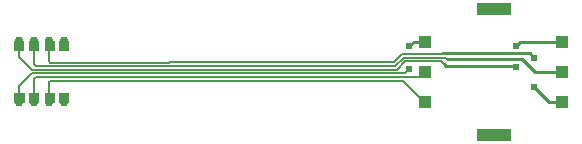
<source format=gtl>
G04 #@! TF.GenerationSoftware,KiCad,Pcbnew,(5.1.6-87-g1447494bc)*
G04 #@! TF.CreationDate,2020-12-18T18:28:38-06:00*
G04 #@! TF.ProjectId,mff2-to-4ffnano,6d666632-2d74-46f2-9d34-66666e616e6f,v1.0*
G04 #@! TF.SameCoordinates,Original*
G04 #@! TF.FileFunction,Copper,L1,Top*
G04 #@! TF.FilePolarity,Positive*
%FSLAX46Y46*%
G04 Gerber Fmt 4.6, Leading zero omitted, Abs format (unit mm)*
G04 Created by KiCad (PCBNEW (5.1.6-87-g1447494bc)) date 2020-12-18 18:28:38*
%MOMM*%
%LPD*%
G01*
G04 APERTURE LIST*
G04 #@! TA.AperFunction,EtchedComponent*
%ADD10C,0.100000*%
G04 #@! TD*
G04 #@! TA.AperFunction,ComponentPad*
%ADD11C,0.762000*%
G04 #@! TD*
G04 #@! TA.AperFunction,SMDPad,CuDef*
%ADD12R,1.100000X1.000000*%
G04 #@! TD*
G04 #@! TA.AperFunction,SMDPad,CuDef*
%ADD13R,3.000000X1.000000*%
G04 #@! TD*
G04 #@! TA.AperFunction,ViaPad*
%ADD14C,0.609600*%
G04 #@! TD*
G04 #@! TA.AperFunction,Conductor*
%ADD15C,0.152400*%
G04 #@! TD*
G04 #@! TA.AperFunction,Conductor*
%ADD16C,0.254000*%
G04 #@! TD*
G04 APERTURE END LIST*
D10*
G36*
X122680000Y-128300000D02*
G01*
X122680000Y-129100000D01*
X121920000Y-129100000D01*
X121920000Y-128300000D01*
X122680000Y-128300000D01*
G37*
X122680000Y-128300000D02*
X122680000Y-129100000D01*
X121920000Y-129100000D01*
X121920000Y-128300000D01*
X122680000Y-128300000D01*
G36*
X121420000Y-128300000D02*
G01*
X121420000Y-129100000D01*
X120660000Y-129100000D01*
X120660000Y-128300000D01*
X121420000Y-128300000D01*
G37*
X121420000Y-128300000D02*
X121420000Y-129100000D01*
X120660000Y-129100000D01*
X120660000Y-128300000D01*
X121420000Y-128300000D01*
G36*
X120130000Y-128300000D02*
G01*
X120130000Y-129100000D01*
X119370000Y-129100000D01*
X119370000Y-128300000D01*
X120130000Y-128300000D01*
G37*
X120130000Y-128300000D02*
X120130000Y-129100000D01*
X119370000Y-129100000D01*
X119370000Y-128300000D01*
X120130000Y-128300000D01*
G36*
X118870000Y-128300000D02*
G01*
X118870000Y-129100000D01*
X118110000Y-129100000D01*
X118110000Y-128300000D01*
X118870000Y-128300000D01*
G37*
X118870000Y-128300000D02*
X118870000Y-129100000D01*
X118110000Y-129100000D01*
X118110000Y-128300000D01*
X118870000Y-128300000D01*
G36*
X118880000Y-132700000D02*
G01*
X118880000Y-133500000D01*
X118110000Y-133500000D01*
X118110000Y-132700000D01*
X118880000Y-132700000D01*
G37*
X118880000Y-132700000D02*
X118880000Y-133500000D01*
X118110000Y-133500000D01*
X118110000Y-132700000D01*
X118880000Y-132700000D01*
G36*
X120140000Y-132700000D02*
G01*
X120140000Y-133500000D01*
X119380000Y-133500000D01*
X119380000Y-132700000D01*
X120140000Y-132700000D01*
G37*
X120140000Y-132700000D02*
X120140000Y-133500000D01*
X119380000Y-133500000D01*
X119380000Y-132700000D01*
X120140000Y-132700000D01*
G36*
X121420000Y-132700000D02*
G01*
X121420000Y-133500000D01*
X120660000Y-133500000D01*
X120660000Y-132700000D01*
X121420000Y-132700000D01*
G37*
X121420000Y-132700000D02*
X121420000Y-133500000D01*
X120660000Y-133500000D01*
X120660000Y-132700000D01*
X121420000Y-132700000D01*
G36*
X122680000Y-132700000D02*
G01*
X122680000Y-133500000D01*
X121920000Y-133500000D01*
X121920000Y-132700000D01*
X122680000Y-132700000D01*
G37*
X122680000Y-132700000D02*
X122680000Y-133500000D01*
X121920000Y-133500000D01*
X121920000Y-132700000D01*
X122680000Y-132700000D01*
D11*
X122305000Y-128300000D03*
X121035000Y-128300000D03*
X119765000Y-128300000D03*
X118495000Y-128300000D03*
X122305000Y-133500000D03*
X121035000Y-133500000D03*
X119765000Y-133500000D03*
X118495000Y-133500000D03*
D12*
X152880000Y-130930000D03*
X152880000Y-133470000D03*
X152880000Y-128390000D03*
X164480000Y-130930000D03*
X164480000Y-133470000D03*
X164480000Y-128390000D03*
D13*
X158680000Y-136230000D03*
X158680000Y-125630000D03*
D14*
X151540000Y-130650000D03*
X151550006Y-128760000D03*
X162115000Y-132195000D03*
X162110000Y-129700000D03*
X160610000Y-128700000D03*
X160610002Y-130470000D03*
D15*
X119765000Y-131535000D02*
X119954811Y-131345189D01*
X119765000Y-133500000D02*
X119765000Y-131535000D01*
X152464811Y-131345189D02*
X152880000Y-130930000D01*
X119954811Y-131345189D02*
X152464811Y-131345189D01*
X121035000Y-132895000D02*
X121035000Y-133500000D01*
X152880000Y-133470000D02*
X152820000Y-133470000D01*
X121035000Y-131765000D02*
X121035000Y-132895000D01*
X151000000Y-131650000D02*
X121150000Y-131650000D01*
X121150000Y-131650000D02*
X121035000Y-131765000D01*
X152820000Y-133470000D02*
X151000000Y-131650000D01*
X152870000Y-128400000D02*
X152880000Y-128390000D01*
D16*
X152870000Y-128400000D02*
X151910006Y-128400000D01*
X151910006Y-128400000D02*
X151550006Y-128760000D01*
D15*
X151149622Y-131040378D02*
X151540000Y-130650000D01*
X119599622Y-131040378D02*
X151149622Y-131040378D01*
X118495000Y-132145000D02*
X119599622Y-131040378D01*
X118495000Y-133500000D02*
X118495000Y-132145000D01*
D16*
X155210000Y-129840000D02*
X154720000Y-129840000D01*
X161080000Y-129840000D02*
X155210000Y-129840000D01*
X162170000Y-130930000D02*
X161080000Y-129840000D01*
X164480000Y-130930000D02*
X162170000Y-130930000D01*
D15*
X154595189Y-129715189D02*
X154720000Y-129840000D01*
X119765000Y-128300000D02*
X119765000Y-130245000D01*
X151083744Y-129715189D02*
X154595189Y-129715189D01*
X119950756Y-130430756D02*
X150368177Y-130430756D01*
X119765000Y-130245000D02*
X119950756Y-130430756D01*
X150368177Y-130430756D02*
X151083744Y-129715189D01*
X164470000Y-133460000D02*
X164480000Y-133470000D01*
D16*
X163380000Y-133460000D02*
X162115000Y-132195000D01*
X164470000Y-133460000D02*
X163380000Y-133460000D01*
D15*
X154250000Y-129410000D02*
X154340000Y-129320000D01*
X150957868Y-129410000D02*
X154250000Y-129410000D01*
X150247868Y-130120000D02*
X150957868Y-129410000D01*
D16*
X154340000Y-129320000D02*
X160140631Y-129320000D01*
X160140631Y-129320000D02*
X160141243Y-129319388D01*
X161729388Y-129319388D02*
X162110000Y-129700000D01*
X160141243Y-129319388D02*
X161729388Y-129319388D01*
D15*
X150247868Y-130120000D02*
X131220000Y-130120000D01*
X131220000Y-130120000D02*
X131214054Y-130125946D01*
X131214054Y-130125946D02*
X121125946Y-130125946D01*
X121035000Y-130035000D02*
X121035000Y-128503610D01*
X121125946Y-130125946D02*
X121035000Y-130035000D01*
D16*
X160920000Y-128390000D02*
X164480000Y-128390000D01*
X160610000Y-128700000D02*
X160920000Y-128390000D01*
X160540002Y-130400000D02*
X160610002Y-130470000D01*
X154630000Y-130400000D02*
X160540002Y-130400000D01*
X154460000Y-130230000D02*
X154630000Y-130400000D01*
D15*
X118495000Y-129665000D02*
X118495000Y-128300000D01*
X119565567Y-130735567D02*
X118495000Y-129665000D01*
X151210000Y-130020000D02*
X150494433Y-130735567D01*
X150494433Y-130735567D02*
X119565567Y-130735567D01*
X154250000Y-130020000D02*
X151210000Y-130020000D01*
X154460000Y-130230000D02*
X154250000Y-130020000D01*
M02*

</source>
